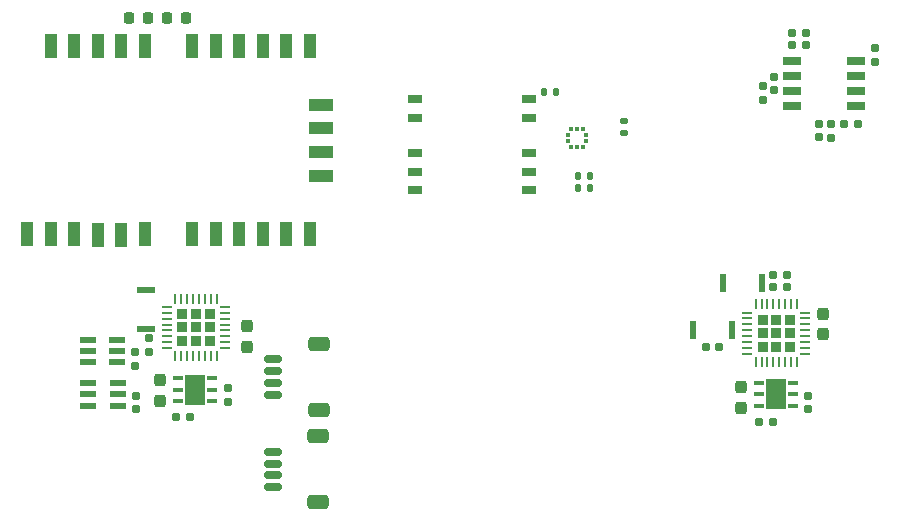
<source format=gbr>
%TF.GenerationSoftware,KiCad,Pcbnew,8.0.5*%
%TF.CreationDate,2024-10-23T07:35:36+02:00*%
%TF.ProjectId,Carte sensors,43617274-6520-4736-956e-736f72732e6b,rev?*%
%TF.SameCoordinates,Original*%
%TF.FileFunction,Paste,Top*%
%TF.FilePolarity,Positive*%
%FSLAX46Y46*%
G04 Gerber Fmt 4.6, Leading zero omitted, Abs format (unit mm)*
G04 Created by KiCad (PCBNEW 8.0.5) date 2024-10-23 07:35:36*
%MOMM*%
%LPD*%
G01*
G04 APERTURE LIST*
G04 Aperture macros list*
%AMRoundRect*
0 Rectangle with rounded corners*
0 $1 Rounding radius*
0 $2 $3 $4 $5 $6 $7 $8 $9 X,Y pos of 4 corners*
0 Add a 4 corners polygon primitive as box body*
4,1,4,$2,$3,$4,$5,$6,$7,$8,$9,$2,$3,0*
0 Add four circle primitives for the rounded corners*
1,1,$1+$1,$2,$3*
1,1,$1+$1,$4,$5*
1,1,$1+$1,$6,$7*
1,1,$1+$1,$8,$9*
0 Add four rect primitives between the rounded corners*
20,1,$1+$1,$2,$3,$4,$5,0*
20,1,$1+$1,$4,$5,$6,$7,0*
20,1,$1+$1,$6,$7,$8,$9,0*
20,1,$1+$1,$8,$9,$2,$3,0*%
%AMOutline4P*
0 Free polygon, 4 corners , with rotation*
0 The origin of the aperture is its center*
0 number of corners: always 4*
0 $1 to $8 corner X, Y*
0 $9 Rotation angle, in degrees counterclockwise*
0 create outline with 4 corners*
4,1,4,$1,$2,$3,$4,$5,$6,$7,$8,$1,$2,$9*%
%AMOutline5P*
0 Free polygon, 5 corners , with rotation*
0 The origin of the aperture is its center*
0 number of corners: always 5*
0 $1 to $10 corner X, Y*
0 $11 Rotation angle, in degrees counterclockwise*
0 create outline with 5 corners*
4,1,5,$1,$2,$3,$4,$5,$6,$7,$8,$9,$10,$1,$2,$11*%
%AMOutline6P*
0 Free polygon, 6 corners , with rotation*
0 The origin of the aperture is its center*
0 number of corners: always 6*
0 $1 to $12 corner X, Y*
0 $13 Rotation angle, in degrees counterclockwise*
0 create outline with 6 corners*
4,1,6,$1,$2,$3,$4,$5,$6,$7,$8,$9,$10,$11,$12,$1,$2,$13*%
%AMOutline7P*
0 Free polygon, 7 corners , with rotation*
0 The origin of the aperture is its center*
0 number of corners: always 7*
0 $1 to $14 corner X, Y*
0 $15 Rotation angle, in degrees counterclockwise*
0 create outline with 7 corners*
4,1,7,$1,$2,$3,$4,$5,$6,$7,$8,$9,$10,$11,$12,$13,$14,$1,$2,$15*%
%AMOutline8P*
0 Free polygon, 8 corners , with rotation*
0 The origin of the aperture is its center*
0 number of corners: always 8*
0 $1 to $16 corner X, Y*
0 $17 Rotation angle, in degrees counterclockwise*
0 create outline with 8 corners*
4,1,8,$1,$2,$3,$4,$5,$6,$7,$8,$9,$10,$11,$12,$13,$14,$15,$16,$1,$2,$17*%
G04 Aperture macros list end*
%ADD10R,1.500000X0.550000*%
%ADD11R,0.850000X0.300000*%
%ADD12R,1.700000X2.500000*%
%ADD13RoundRect,0.150000X0.625000X-0.150000X0.625000X0.150000X-0.625000X0.150000X-0.625000X-0.150000X0*%
%ADD14RoundRect,0.250000X0.650000X-0.350000X0.650000X0.350000X-0.650000X0.350000X-0.650000X-0.350000X0*%
%ADD15R,0.550000X1.500000*%
%ADD16R,1.000000X2.000000*%
%ADD17R,2.000000X1.000000*%
%ADD18RoundRect,0.135000X-0.135000X-0.185000X0.135000X-0.185000X0.135000X0.185000X-0.135000X0.185000X0*%
%ADD19RoundRect,0.160000X0.197500X0.160000X-0.197500X0.160000X-0.197500X-0.160000X0.197500X-0.160000X0*%
%ADD20RoundRect,0.160000X-0.197500X-0.160000X0.197500X-0.160000X0.197500X0.160000X-0.197500X0.160000X0*%
%ADD21RoundRect,0.155000X0.155000X-0.212500X0.155000X0.212500X-0.155000X0.212500X-0.155000X-0.212500X0*%
%ADD22R,1.200000X0.800000*%
%ADD23RoundRect,0.140000X-0.140000X-0.170000X0.140000X-0.170000X0.140000X0.170000X-0.140000X0.170000X0*%
%ADD24RoundRect,0.237500X-0.237500X0.287500X-0.237500X-0.287500X0.237500X-0.287500X0.237500X0.287500X0*%
%ADD25RoundRect,0.135000X-0.185000X0.135000X-0.185000X-0.135000X0.185000X-0.135000X0.185000X0.135000X0*%
%ADD26R,1.525000X0.650000*%
%ADD27RoundRect,0.237500X0.237500X-0.287500X0.237500X0.287500X-0.237500X0.287500X-0.237500X-0.287500X0*%
%ADD28RoundRect,0.160000X0.160000X-0.197500X0.160000X0.197500X-0.160000X0.197500X-0.160000X-0.197500X0*%
%ADD29RoundRect,0.232500X-0.232500X-0.232500X0.232500X-0.232500X0.232500X0.232500X-0.232500X0.232500X0*%
%ADD30RoundRect,0.062500X-0.375000X-0.062500X0.375000X-0.062500X0.375000X0.062500X-0.375000X0.062500X0*%
%ADD31RoundRect,0.062500X-0.062500X-0.375000X0.062500X-0.375000X0.062500X0.375000X-0.062500X0.375000X0*%
%ADD32Outline5P,-0.187500X0.175000X0.187500X0.175000X0.187500X-0.175000X-0.117500X-0.175000X-0.187500X-0.105000X0.000000*%
%ADD33Outline4P,-0.187500X0.175000X0.187500X0.175000X0.187500X-0.175000X-0.187500X-0.175000X0.000000*%
%ADD34Outline4P,-0.187500X0.175000X0.187500X0.175000X0.187500X-0.175000X-0.187500X-0.175000X270.000000*%
%ADD35R,1.400000X0.600000*%
%ADD36RoundRect,0.218750X0.218750X0.256250X-0.218750X0.256250X-0.218750X-0.256250X0.218750X-0.256250X0*%
%ADD37RoundRect,0.155000X0.212500X0.155000X-0.212500X0.155000X-0.212500X-0.155000X0.212500X-0.155000X0*%
%ADD38RoundRect,0.155000X-0.212500X-0.155000X0.212500X-0.155000X0.212500X0.155000X-0.212500X0.155000X0*%
%ADD39RoundRect,0.155000X-0.155000X0.212500X-0.155000X-0.212500X0.155000X-0.212500X0.155000X0.212500X0*%
G04 APERTURE END LIST*
D10*
%TO.C,SW3*%
X157750000Y-118030000D03*
X157750000Y-121280000D03*
%TD*%
D11*
%TO.C,IC3*%
X212580000Y-127812500D03*
X212580000Y-126862500D03*
X212580000Y-125912500D03*
X209680000Y-125912500D03*
X209680000Y-126862500D03*
X209680000Y-127812500D03*
D12*
X211130000Y-126862500D03*
%TD*%
D13*
%TO.C,J6*%
X168540000Y-126890000D03*
X168540000Y-125890000D03*
X168540000Y-124890000D03*
X168540000Y-123890000D03*
D14*
X172415000Y-128190000D03*
X172415000Y-122590000D03*
%TD*%
D15*
%TO.C,SW4*%
X209910000Y-117422500D03*
X206660000Y-117422500D03*
%TD*%
D16*
%TO.C,Tarvos1*%
X147720000Y-113300000D03*
X149710000Y-113320000D03*
X151700000Y-113320000D03*
X153700000Y-113330000D03*
X155690000Y-113330000D03*
X157680000Y-113320000D03*
X161670000Y-113310000D03*
X163670000Y-113310000D03*
X165660000Y-113310000D03*
X167630000Y-113320000D03*
X169650000Y-113300000D03*
X171630000Y-113300000D03*
X171630000Y-97390000D03*
X169640000Y-97370000D03*
X167650000Y-97360000D03*
X165650000Y-97370000D03*
X163660000Y-97380000D03*
X161680000Y-97370000D03*
X157680000Y-97370000D03*
X155690000Y-97380000D03*
X153690000Y-97380000D03*
X151700000Y-97400000D03*
X149700000Y-97390000D03*
D17*
X172600000Y-108340000D03*
X172600000Y-106310000D03*
X172600000Y-104330000D03*
X172620000Y-102370000D03*
%TD*%
D18*
%TO.C,R8*%
X191470000Y-101290000D03*
X192490000Y-101290000D03*
%TD*%
D19*
%TO.C,R24*%
X161497500Y-128800000D03*
X160302500Y-128800000D03*
%TD*%
D20*
%TO.C,R21*%
X210842500Y-117757500D03*
X212037500Y-117757500D03*
%TD*%
D21*
%TO.C,C11*%
X157985000Y-123257500D03*
X157985000Y-122122500D03*
%TD*%
D22*
%TO.C,PA1010D1*%
X180500000Y-101890000D03*
X180500000Y-103490000D03*
X180500000Y-106390000D03*
X180500000Y-107990000D03*
X180500000Y-109590000D03*
X190200000Y-109590000D03*
X190200000Y-107990000D03*
X190200000Y-106390000D03*
X190200000Y-103490000D03*
X190200000Y-101890000D03*
%TD*%
D23*
%TO.C,C5*%
X194380000Y-108380000D03*
X195340000Y-108380000D03*
%TD*%
D24*
%TO.C,D6*%
X215050000Y-120027500D03*
X215050000Y-121777500D03*
%TD*%
D25*
%TO.C,R7*%
X198260000Y-103700000D03*
X198260000Y-104720000D03*
%TD*%
D26*
%TO.C,IC1*%
X217897500Y-102430000D03*
X217897500Y-101160000D03*
X217897500Y-99890000D03*
X217897500Y-98620000D03*
X212473500Y-98620000D03*
X212473500Y-99890000D03*
X212473500Y-101160000D03*
X212473500Y-102430000D03*
%TD*%
D15*
%TO.C,SW5*%
X204120000Y-121432500D03*
X207370000Y-121432500D03*
%TD*%
D21*
%TO.C,C9*%
X214787500Y-105087500D03*
X214787500Y-103952500D03*
%TD*%
%TO.C,C12*%
X156857500Y-124420000D03*
X156857500Y-123285000D03*
%TD*%
%TO.C,C30*%
X156900000Y-128130000D03*
X156900000Y-126995000D03*
%TD*%
D27*
%TO.C,D4*%
X208160000Y-128007500D03*
X208160000Y-126257500D03*
%TD*%
D20*
%TO.C,R13*%
X216830000Y-103950000D03*
X218025000Y-103950000D03*
%TD*%
D28*
%TO.C,R12*%
X209977500Y-101945000D03*
X209977500Y-100750000D03*
%TD*%
D29*
%TO.C,U2*%
X209980000Y-120530000D03*
X209980000Y-121680000D03*
X209980000Y-122830000D03*
X211130000Y-120530000D03*
X211130000Y-121680000D03*
X211130000Y-122830000D03*
X212280000Y-120530000D03*
X212280000Y-121680000D03*
X212280000Y-122830000D03*
D30*
X208692500Y-119930000D03*
X208692500Y-120430000D03*
X208692500Y-120930000D03*
X208692500Y-121430000D03*
X208692500Y-121930000D03*
X208692500Y-122430000D03*
X208692500Y-122930000D03*
X208692500Y-123430000D03*
D31*
X209380000Y-124117500D03*
X209880000Y-124117500D03*
X210380000Y-124117500D03*
X210880000Y-124117500D03*
X211380000Y-124117500D03*
X211880000Y-124117500D03*
X212380000Y-124117500D03*
X212880000Y-124117500D03*
D30*
X213567500Y-123430000D03*
X213567500Y-122930000D03*
X213567500Y-122430000D03*
X213567500Y-121930000D03*
X213567500Y-121430000D03*
X213567500Y-120930000D03*
X213567500Y-120430000D03*
X213567500Y-119930000D03*
D31*
X212880000Y-119242500D03*
X212380000Y-119242500D03*
X211880000Y-119242500D03*
X211380000Y-119242500D03*
X210880000Y-119242500D03*
X210380000Y-119242500D03*
X209880000Y-119242500D03*
X209380000Y-119242500D03*
%TD*%
D27*
%TO.C,D5*%
X166315000Y-122840000D03*
X166315000Y-121090000D03*
%TD*%
D32*
%TO.C,WSEN-PADS1*%
X195060000Y-105430000D03*
D33*
X195060000Y-104920000D03*
D34*
X194790000Y-104410000D03*
X194290000Y-104410000D03*
X193790000Y-104410000D03*
D33*
X193520000Y-104930000D03*
X193520000Y-105430000D03*
D34*
X193790000Y-105940000D03*
X194290000Y-105940000D03*
X194790000Y-105940000D03*
%TD*%
D29*
%TO.C,U1*%
X160845000Y-120042500D03*
X160845000Y-121192500D03*
X160845000Y-122342500D03*
X161995000Y-120042500D03*
X161995000Y-121192500D03*
X161995000Y-122342500D03*
X163145000Y-120042500D03*
X163145000Y-121192500D03*
X163145000Y-122342500D03*
D30*
X159557500Y-119442500D03*
X159557500Y-119942500D03*
X159557500Y-120442500D03*
X159557500Y-120942500D03*
X159557500Y-121442500D03*
X159557500Y-121942500D03*
X159557500Y-122442500D03*
X159557500Y-122942500D03*
D31*
X160245000Y-123630000D03*
X160745000Y-123630000D03*
X161245000Y-123630000D03*
X161745000Y-123630000D03*
X162245000Y-123630000D03*
X162745000Y-123630000D03*
X163245000Y-123630000D03*
X163745000Y-123630000D03*
D30*
X164432500Y-122942500D03*
X164432500Y-122442500D03*
X164432500Y-121942500D03*
X164432500Y-121442500D03*
X164432500Y-120942500D03*
X164432500Y-120442500D03*
X164432500Y-119942500D03*
X164432500Y-119442500D03*
D31*
X163745000Y-118755000D03*
X163245000Y-118755000D03*
X162745000Y-118755000D03*
X162245000Y-118755000D03*
X161745000Y-118755000D03*
X161245000Y-118755000D03*
X160745000Y-118755000D03*
X160245000Y-118755000D03*
%TD*%
D27*
%TO.C,D3*%
X158955000Y-127430000D03*
X158955000Y-125680000D03*
%TD*%
D23*
%TO.C,C6*%
X194380000Y-109390000D03*
X195340000Y-109390000D03*
%TD*%
D13*
%TO.C,J5*%
X168490000Y-134710000D03*
X168490000Y-133710000D03*
X168490000Y-132710000D03*
X168490000Y-131710000D03*
D14*
X172365000Y-136010000D03*
X172365000Y-130410000D03*
%TD*%
D35*
%TO.C,IC5*%
X155357500Y-127802500D03*
X155357500Y-126852500D03*
X155357500Y-125902500D03*
X152857500Y-125902500D03*
X152857500Y-126852500D03*
X152857500Y-127802500D03*
%TD*%
D36*
%TO.C,D2*%
X157907500Y-95010000D03*
X156332500Y-95010000D03*
%TD*%
D21*
%TO.C,C7*%
X219517500Y-98687500D03*
X219517500Y-97552500D03*
%TD*%
%TO.C,C25*%
X164695000Y-127467500D03*
X164695000Y-126332500D03*
%TD*%
%TO.C,C27*%
X213800000Y-128130000D03*
X213800000Y-126995000D03*
%TD*%
D37*
%TO.C,C19*%
X212017500Y-116787500D03*
X210882500Y-116787500D03*
%TD*%
D19*
%TO.C,R9*%
X213665000Y-97250000D03*
X212470000Y-97250000D03*
%TD*%
D11*
%TO.C,IC2*%
X163380000Y-127410000D03*
X163380000Y-126460000D03*
X163380000Y-125510000D03*
X160480000Y-125510000D03*
X160480000Y-126460000D03*
X160480000Y-127410000D03*
D12*
X161930000Y-126460000D03*
%TD*%
D35*
%TO.C,IC4*%
X155317500Y-124142500D03*
X155317500Y-123192500D03*
X155317500Y-122242500D03*
X152817500Y-122242500D03*
X152817500Y-123192500D03*
X152817500Y-124142500D03*
%TD*%
D19*
%TO.C,R11*%
X213645000Y-96270000D03*
X212450000Y-96270000D03*
%TD*%
D38*
%TO.C,C18*%
X205152500Y-122812500D03*
X206287500Y-122812500D03*
%TD*%
D28*
%TO.C,R14*%
X215787500Y-105137500D03*
X215787500Y-103942500D03*
%TD*%
D36*
%TO.C,D1*%
X161137500Y-95000000D03*
X159562500Y-95000000D03*
%TD*%
D19*
%TO.C,R25*%
X210877500Y-129192500D03*
X209682500Y-129192500D03*
%TD*%
D39*
%TO.C,C8*%
X210957500Y-99992500D03*
X210957500Y-101127500D03*
%TD*%
M02*

</source>
